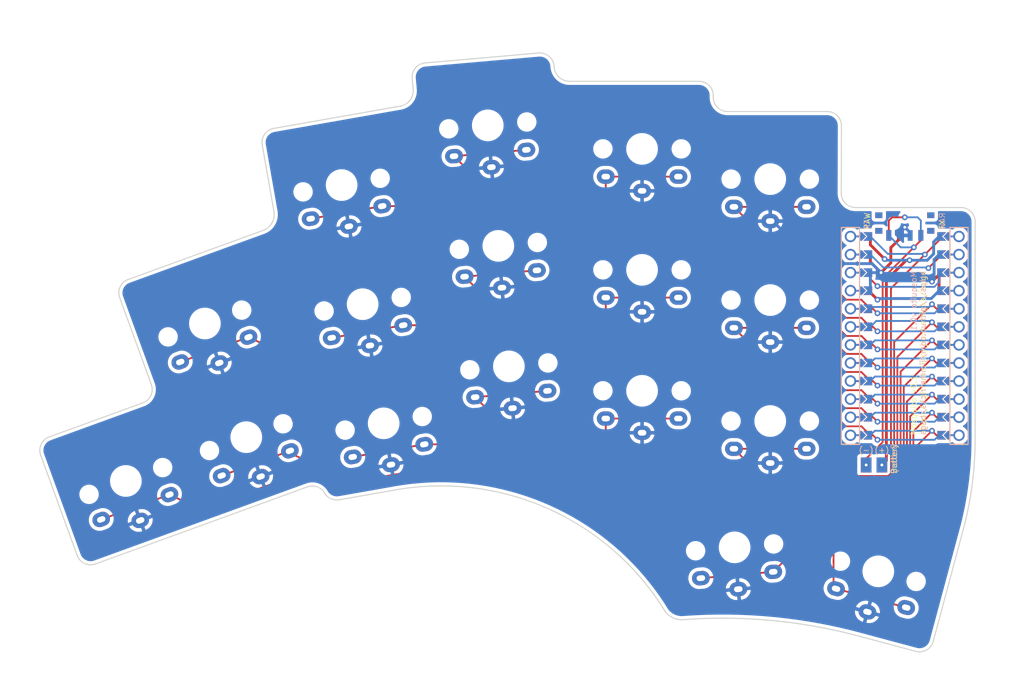
<source format=kicad_pcb>
(kicad_pcb (version 20210925) (generator pcbnew)
  (title_block (title "Mosquito") (date "2021-09-20") (rev "0.1") (company "jmnw"))
  (layers (0 "F.Cu" signal) (31 "B.Cu" signal) (34 "B.Paste" user) (35 "F.Paste" user) (36 "B.SilkS" user "B.Silkscreen") (37 "F.SilkS" user "F.Silkscreen") (38 "B.Mask" user) (39 "F.Mask" user) (44 "Edge.Cuts" user))
  (net 0 "")
  (net 1 "unconnected-(PSW1-Pad3)")
  (net 2 "switch1")
  (net 3 "switch2")
  (net 4 "switch3")
  (net 5 "switch4")
  (net 6 "switch5")
  (net 7 "switch6")
  (net 8 "switch7")
  (net 9 "switch8")
  (net 10 "switch9")
  (net 11 "switch10")
  (net 12 "switch11")
  (net 13 "switch12")
  (net 14 "switch13")
  (net 15 "switch14")
  (net 16 "switch15")
  (net 17 "unconnected-(U1-Pad22)")
  (net 18 "unconnected-(U1-Pad2)")
  (net 19 "switch17")
  (net 20 "GND")
  (net 21 "VCC")
  (net 22 "Net-(BT1-Pad2)")
  (net 23 "raw")
  (net 24 "switch16")
  (footprint "bugs:Choc_reversible" (layer "F.Cu") (at 65.959394 57.77213 10)
    (fp_text reference "SW2" hide)
    (fp_text value "SW_PUSH" hide)
  )
  (footprint "bugs:Choc_reversible" (layer "F.Cu") (at 86.48449 49.381126 5)
    (fp_text reference "SW3" hide)
    (fp_text value "SW_PUSH" hide)
  )
  (footprint "bugs:Choc_reversible" (layer "F.Cu") (at 108.15483 52.685154)
    (fp_text reference "SW4" hide)
    (fp_text value "SW_PUSH" hide)
  )
  (footprint "bugs:Choc_reversible" (layer "F.Cu") (at 126.154835 56.935156)
    (fp_text reference "SW5" hide)
    (fp_text value "SW_PUSH" hide)
  )
  (footprint "bugs:Choc_reversible" (layer "F.Cu") (at 35.65486 99.358253 20)
    (fp_text reference "SW11" hide)
    (fp_text value "SW_PUSH" hide)
  )
  (footprint "bugs:Choc_reversible" (layer "F.Cu") (at 68.911411 74.513867 10)
    (fp_text reference "SW7" hide)
    (fp_text value "SW_PUSH" hide)
  )
  (footprint "bugs:Choc_reversible" (layer "F.Cu") (at 87.966139 66.316434 5)
    (fp_text reference "SW8" hide)
    (fp_text value "SW_PUSH" hide)
  )
  (footprint "bugs:Choc_reversible" (layer "F.Cu") (at 108.154842 69.685154)
    (fp_text reference "SW9" hide)
    (fp_text value "SW_PUSH" hide)
  )
  (footprint "bugs:Choc_reversible" (layer "F.Cu") (at 126.154836 73.935158)
    (fp_text reference "SW10" hide)
    (fp_text value "SW_PUSH" hide)
  )
  (footprint "bugs:Choc_reversible" (layer "F.Cu") (at 71.863432 91.255602 10)
    (fp_text reference "SW12" hide)
    (fp_text value "SW_PUSH" hide)
  )
  (footprint "bugs:Choc_reversible" (layer "F.Cu") (at 89.447776 83.251757 5)
    (fp_text reference "SW13" hide)
    (fp_text value "SW_PUSH" hide)
  )
  (footprint "bugs:Choc_reversible" (layer "F.Cu") (at 108.154838 86.685152)
    (fp_text reference "SW14" hide)
    (fp_text value "SW_PUSH" hide)
  )
  (footprint "bugs:Choc_reversible" (layer "F.Cu") (at 121.153064 108.687289 5)
    (fp_text reference "SW16" hide)
    (fp_text value "SW_PUSH" hide)
  )
  (footprint "bugs:Choc_reversible" (layer "F.Cu") (at 141.332792 112.058688 -15)
    (fp_text reference "SW17" hide)
    (fp_text value "SW_PUSH" hide)
  )
  (footprint "bugs:ProMicro_jumpers" (layer "F.Cu") (at 145.044835 78.965157)
    (fp_text reference "U1" hide)
    (fp_text value "ProMicro")
  )
  (footprint "bugs:Choc_reversible" (layer "F.Cu") (at 52.569325 93.201888 20)
    (fp_text reference "SW6" hide)
    (fp_text value "SW_PUSH" hide)
  )
  (footprint "bugs:Choc_reversible" (layer "F.Cu") (at 46.754982 77.227121 20)
    (fp_text reference "SW1" hide)
    (fp_text value "SW_PUSH" hide)
  )
  (footprint "bugs:Battery_pads_reversible" (layer "F.Cu") (at 140.73 97.11 180)
    (fp_text reference "BT1" hide)
    (fp_text value "Battery_Cell")
  )
  (footprint "bugs:Choc_reversible" (layer "F.Cu") (at 126.154839 90.935157)
    (fp_text reference "SW15" hide)
    (fp_text value "SW_PUSH" hide)
  )
  (footprint "bugs:Power_reversible" (layer "F.Cu") (at 145.053313 63.101967 180)
    (fp_text reference "PSW1" hide)
    (fp_text value "SW_SPDT")
  )
  (footprint "kbd:thread_m2" (layer "B.Cu") (at 68.19009 87.650522 -170)
    (fp_text reference "Ref**" hide)
    (fp_text value "Val**" hide)
  )
  (footprint "kbd:thread_m2" (layer "B.Cu") (at 65.23633 70.898936 -170)
    (fp_text reference "Ref**" hide)
    (fp_text value "Val**" hide)
  )
  (footprint "kbd:thread_m2" (layer "B.Cu") (at 123.163312 60.996971 180)
    (fp_text reference "Ref**" hide)
    (fp_text value "Val**" hide)
  )
  (gr_arc (start 65.286162 100.026216) (end 63.597443 101.107088) (angle -67.37913673) (layer "Edge.Cuts") (width 0.15))
  (gr_line (start 65.634349 102.000758) (end 73.513304 100.611484) (layer "Edge.Cuts") (width 0.15))
  (gr_line (start 35.987812 71.036376) (end 54.923833 64.144229) (layer "Edge.Cuts") (width 0.15))
  (gr_line (start 61.164893 100.183602) (end 31.386239 111.022147) (layer "Edge.Cuts") (width 0.15))
  (gr_arc (start 77.860625 42.596754) (end 77.686316 40.604356) (angle -90) (layer "Edge.Cuts") (width 0.15))
  (gr_arc (start 105.013421 93.391973) (end 153.45182 105.470751) (angle -14.00185829) (layer "Edge.Cuts") (width 0.15))
  (gr_arc (start 61.845985 102.055063) (end 63.597443 101.107088) (angle -81.57382184) (layer "Edge.Cuts") (width 0.15))
  (gr_line (start 23.692335 95.730941) (end 28.822809 109.826805) (layer "Edge.Cuts") (width 0.15))
  (gr_arc (start 152.935241 62.924752) (end 154.935243 62.924753) (angle -90) (layer "Edge.Cuts") (width 0.15))
  (gr_line (start 118.154857 45.185603) (end 118.155247 45.434747) (layer "Edge.Cuts") (width 0.15))
  (gr_line (start 138.874253 121.234546) (end 146.601651 123.305096) (layer "Edge.Cuts") (width 0.15))
  (gr_line (start 95.792131 41.027948) (end 95.806599 41.193318) (layer "Edge.Cuts") (width 0.15))
  (gr_arc (start 56.778257 51.774894) (end 56.430959 49.805279) (angle -90) (layer "Edge.Cuts") (width 0.15))
  (gr_arc (start 73.834624 44.520255) (end 74.213634 46.669711) (angle -84.99985992) (layer "Edge.Cuts") (width 0.15))
  (gr_arc (start 37.359472 86.49954) (end 38.043509 88.378931) (angle -90) (layer "Edge.Cuts") (width 0.15))
  (gr_line (start 138.129369 60.924744) (end 152.935244 60.924756) (layer "Edge.Cuts") (width 0.15))
  (gr_arc (start 119.477018 192.621122) (end 114.011546 118.848331) (angle 19.43846695) (layer "Edge.Cuts") (width 0.15))
  (gr_arc (start 36.671844 72.91577) (end 35.987812 71.036376) (angle -90) (layer "Edge.Cuts") (width 0.15))
  (gr_line (start 120.155254 47.43475) (end 134.155033 47.434967) (layer "Edge.Cuts") (width 0.15))
  (gr_arc (start 147.119292 121.373246) (end 146.601651 123.305096) (angle -90) (layer "Edge.Cuts") (width 0.15))
  (gr_line (start 149.051144 121.890881) (end 153.45182 105.470751) (layer "Edge.Cuts") (width 0.15))
  (gr_arc (start 134.155032 49.43497) (end 136.155032 49.43497) (angle -90) (layer "Edge.Cuts") (width 0.15))
  (gr_line (start 24.887681 93.167516) (end 38.043509 88.378931) (layer "Edge.Cuts") (width 0.15))
  (gr_arc (start 30.702195 109.142763) (end 28.822809 109.826805) (angle -90) (layer "Edge.Cuts") (width 0.15))
  (gr_line (start 154.935243 62.924753) (end 154.935116 93.39203) (layer "Edge.Cuts") (width 0.15))
  (gr_arc (start 120.155247 45.434753) (end 118.155247 45.434747) (angle -90) (layer "Edge.Cuts") (width 0.15))
  (gr_line (start 97.98091 43.185703) (end 116.154859 43.185599) (layer "Edge.Cuts") (width 0.15))
  (gr_arc (start 113.752873 115.892621) (end 111.44512 117.765095) (angle -55.94629929) (layer "Edge.Cuts") (width 0.15))
  (gr_arc (start 97.980901 41.003087) (end 95.806599 41.193318) (angle -85.00013873) (layer "Edge.Cuts") (width 0.15))
  (gr_line (start 56.455924 61.490581) (end 54.808637 52.122188) (layer "Edge.Cuts") (width 0.15))
  (gr_arc (start 54.108625 61.904469) (end 54.923833 64.144229) (angle -79.99998711) (layer "Edge.Cuts") (width 0.15))
  (gr_arc (start 93.79974 41.202258) (end 95.792131 41.027948) (angle -90) (layer "Edge.Cuts") (width 0.15))
  (gr_line (start 34.792462 73.599808) (end 39.23886 85.815503) (layer "Edge.Cuts") (width 0.15))
  (gr_arc (start 79.921782 136.95656) (end 111.44512 117.765095) (angle -68.66666424) (layer "Edge.Cuts") (width 0.15))
  (gr_line (start 75.868239 42.771062) (end 76.008934 44.330029) (layer "Edge.Cuts") (width 0.15))
  (gr_line (start 77.686316 40.604356) (end 93.625432 39.209869) (layer "Edge.Cuts") (width 0.15))
  (gr_line (start 56.430959 49.805279) (end 74.213634 46.669711) (layer "Edge.Cuts") (width 0.15))
  (gr_arc (start 116.15486 45.185597) (end 118.154857 45.185603) (angle -90) (layer "Edge.Cuts") (width 0.15))
  (gr_arc (start 25.571721 95.046904) (end 24.887681 93.167516) (angle -90) (layer "Edge.Cuts") (width 0.15))
  (gr_line (start 136.155032 49.43497) (end 136.129374 58.924756) (layer "Edge.Cuts") (width 0.15))
  (gr_arc (start 138.129373 58.924753) (end 136.129374 58.924756) (angle -90) (layer "Edge.Cuts") (width 0.15))
  (gr_text "Mosquito v0.1\nhttps://github.com/jimmerricks/bugs" (at 146.954731 69.770413 90) (layer "B.SilkS") (effects (font (size 0.8 0.8) (thickness 0.1)) (justify left mirror)))
  (gr_text "Mosquito v0.1\nhttps://github.com/jimmerricks/bugs" (at 146.954729 92.990409 90) (layer "F.SilkS") (effects (font (size 0.8 0.8) (thickness 0.1)) (justify left)))
  (segment (start 142.803316 62.771826) (end 142.803315 64.851969) (width 0.25) (layer "F.Cu") (net 1))
  (segment (start 145.053316 62.30197) (end 143.273175 62.301968) (width 0.25) (layer "F.Cu") (net 1))
  (segment (start 143.273175 62.301968) (end 142.803316 62.771826) (width 0.25) (layer "F.Cu") (net 1))
  (via (at 145.053316 62.30197) (size 0.8) (drill 0.4) (layers "F.Cu" "B.Cu") (net 1))
  (segment (start 146.846292 62.301968) (end 147.303315 62.758997) (width 0.25) (layer "B.Cu") (net 1))
  (segment (start 147.303315 62.758997) (end 147.303318 64.851969) (width 0.25) (layer "B.Cu") (net 1))
  (segment (start 145.053316 62.30197) (end 146.846292 62.301968) (width 0.25) (layer "B.Cu") (net 1))
  (segment (start 105.109975 100.460664) (end 143.471228 100.460664) (width 0.25) (layer "F.Cu") (net 2))
  (segment (start 149.505836 82.775156) (end 148.870838 82.140157) (width 0.25) (layer "F.Cu") (net 2))
  (segment (start 68.210059 99.377939) (end 77.797427 97.687427) (width 0.25) (layer "F.Cu") (net 2))
  (segment (start 77.797427 97.687427) (end 80.824587 94.660267) (width 0.25) (layer "F.Cu") (net 2))
  (segment (start 55.260706 80.257159) (end 60.99566 96.013809) (width 0.25) (layer "F.Cu") (net 2))
  (segment (start 99.309576 94.660266) (end 105.109975 100.460664) (width 0.25) (layer "F.Cu") (net 2))
  (segment (start 43.296424 82.636226) (end 52.88129 79.147622) (width 0.25) (layer "F.Cu") (net 2))
  (segment (start 143.471228 100.460664) (end 144.90808 99.02381) (width 0.25) (layer "F.Cu") (net 2))
  (segment (start 52.88129 79.147619) (end 55.260706 80.257159) (width 0.25) (layer "F.Cu") (net 2))
  (segment (start 60.99566 96.013809) (end 68.210059 99.377939) (width 0.25) (layer "F.Cu") (net 2))
  (segment (start 149.870836 82.775155) (end 149.505836 82.775156) (width 0.25) (layer "F.Cu") (net 2))
  (segment (start 144.90808 99.02381) (end 144.90808 86.102915) (width 0.25) (layer "F.Cu") (net 2))
  (segment (start 80.824587 94.660267) (end 99.309576 94.660266) (width 0.25) (layer "F.Cu") (net 2))
  (segment (start 144.90808 86.102915) (end 148.870838 82.140157) (width 0.25) (layer "F.Cu") (net 2))
  (via (at 148.870838 82.140157) (size 0.8) (drill 0.4) (layers "F.Cu" "B.Cu") (net 2))
  (segment (start 148.870838 82.140157) (end 140.853836 82.140158) (width 0.25) (layer "B.Cu") (net 2))
  (segment (start 140.853836 82.140158) (end 140.218833 82.775158) (width 0.25) (layer "B.Cu") (net 2))
  (segment (start 106.062259 66.735418) (end 105.802258 66.475418) (width 0.25) (layer "F.Cu") (net 3))
  (segment (start 140.218835 82.775157) (end 140.583838 82.775157) (width 0.25) (layer "F.Cu") (net 3))
  (segment (start 105.802258 66.475418) (end 100.054115 60.727275) (width 0.25) (layer "F.Cu") (net 3))
  (segment (start 133.46 72.437154) (end 127.758264 66.735418) (width 0.25) (layer "F.Cu") (net 3))
  (segment (start 133.46 78.15) (end 133.46 72.437154) (width 0.25) (layer "F.Cu") (net 3))
  (segment (start 140.218835 82.775157) (end 138.943678 81.5) (width 0.25) (layer "F.Cu") (net 3))
  (segment (start 100.054115 60.727275) (end 99.894116 60.727276) (width 0.25) (layer "F.Cu") (net 3))
  (segment (start 136.81 81.5) (end 133.46 78.15) (width 0.25) (layer "F.Cu") (net 3))
  (segment (start 140.583838 82.775157) (end 141.218834 83.410153) (width 0.25) (layer "F.Cu") (net 3))
  (segment (start 138.943678 81.5) (end 136.81 81.5) (width 0.25) (layer "F.Cu") (net 3))
  (segment (start 99.894116 60.727276) (end 71.659145 60.727275) (width 0.25) (layer "F.Cu") (net 3))
  (segment (start 127.758264 66.735418) (end 106.062259 66.735418) (width 0.25) (layer "F.Cu") (net 3))
  (segment (start 61.614105 62.498487) (end 71.659142 60.727273) (width 0.25) (layer "F.Cu") (net 3))
  (via (at 141.218834 83.410153) (size 0.8) (drill 0.4) (layers "F.Cu" "B.Cu") (net 3))
  (segment (start 141.218834 83.410153) (end 149.235836 83.410155) (width 0.25) (layer "B.Cu") (net 3))
  (segment (start 149.235836 83.410155) (end 149.870836 82.775155) (width 0.25) (layer "B.Cu") (net 3))
  (segment (start 106.248457 66.285899) (end 100.240314 60.277755) (width 0.25) (layer "F.Cu") (net 4))
  (segment (start 88.310777 60.277757) (end 81.743804 53.710781) (width 0.25) (layer "F.Cu") (net 4))
  (segment (start 127.944463 66.285899) (end 106.248457 66.285899) (width 0.25) (layer "F.Cu") (net 4))
  (segment (start 140.218835 80.235157) (end 138.963678 78.98) (width 0.25) (layer "F.Cu") (net 4))
  (segment (start 140.218833 80.235155) (end 140.583835 80.235156) (width 0.25) (layer "F.Cu") (net 4))
  (segment (start 133.90952 76.05952) (end 133.90952 72.250956) (width 0.25) (layer "F.Cu") (net 4))
  (segment (start 100.240314 60.277755) (end 88.310777 60.277757) (width 0.25) (layer "F.Cu") (net 4))
  (segment (start 140.583835 80.235156) (end 141.218834 80.870154) (width 0.25) (layer "F.Cu") (net 4))
  (segment (start 133.90952 72.250956) (end 127.944463 66.285899) (width 0.25) (layer "F.Cu") (net 4))
  (segment (start 81.743807 53.710781) (end 91.904992 52.821793) (width 0.25) (layer "F.Cu") (net 4))
  (segment (start 138.963678 78.98) (end 136.83 78.98) (width 0.25) (layer "F.Cu") (net 4))
  (segment (start 136.83 78.98) (end 133.90952 76.05952) (width 0.25) (layer "F.Cu") (net 4))
  (via (at 141.218834 80.870154) (size 0.8) (drill 0.4) (layers "F.Cu" "B.Cu") (net 4))
  (segment (start 141.218834 80.870154) (end 149.235835 80.870157) (width 0.25) (layer "B.Cu") (net 4))
  (segment (start 149.235835 80.870157) (end 149.870833 80.235156) (width 0.25) (layer "B.Cu") (net 4))
  (segment (start 140.583835 77.695154) (end 141.218833 78.330158) (width 0.25) (layer "F.Cu") (net 5))
  (segment (start 127.236379 65.836379) (end 126.87638 65.83638) (width 0.25) (layer "F.Cu") (net 5))
  (segment (start 126.87638 65.83638) (end 106.434654 65.836379) (width 0.25) (layer "F.Cu") (net 5))
  (segment (start 103.054831 56.585151) (end 113.254828 56.58515) (width 0.25) (layer "F.Cu") (net 5))
  (segment (start 134.35904 74.00904) (end 134.35904 72.064758) (width 0.25) (layer "F.Cu") (net 5))
  (segment (start 136.78 76.43) (end 134.35904 74.00904) (width 0.25) (layer "F.Cu") (net 5))
  (segment (start 103.054828 56.585154) (end 103.054828 62.456551) (width 0.25) (layer "F.Cu") (net 5))
  (segment (start 128.130661 65.836379) (end 127.236379 65.836379) (width 0.25) (layer "F.Cu") (net 5))
  (segment (start 134.35904 72.064758) (end 128.130661 65.836379) (width 0.25) (layer "F.Cu") (net 5))
  (segment (start 103.054828 62.456551) (end 106.434654 65.836379) (width 0.25) (layer "F.Cu") (net 5))
  (segment (start 138.953678 76.43) (end 136.78 76.43) (width 0.25) (layer "F.Cu") (net 5))
  (segment (start 140.218835 77.695156) (end 140.583835 77.695154) (width 0.25) (layer "F.Cu") (net 5))
  (segment (start 140.218835 77.695157) (end 138.953678 76.43) (width 0.25) (layer "F.Cu") (net 5))
  (via (at 141.218833 78.330158) (size 0.8) (drill 0.4) (layers "F.Cu" "B.Cu") (net 5))
  (segment (start 141.218833 78.330158) (end 149.235833 78.330157) (width 0.25) (layer "B.Cu") (net 5))
  (segment (start 149.235833 78.330157) (end 149.870835 77.695155) (width 0.25) (layer "B.Cu") (net 5))
  (segment (start 128.316859 65.386859) (end 127.463141 65.386859) (width 0.25) (layer "F.Cu") (net 6))
  (segment (start 129.746858 66.816858) (end 128.316859 65.386859) (width 0.25) (layer "F.Cu") (net 6))
  (segment (start 138.943678 73.88) (end 136.81 73.88) (width 0.25) (layer "F.Cu") (net 6))
  (segment (start 125.606538 65.386859) (end 127.463141 65.386859) (width 0.25) (layer "F.Cu") (net 6))
  (segment (start 121.054835 60.835154) (end 124.09226 63.872578) (width 0.25) (layer "F.Cu") (net 6))
  (segment (start 140.218835 75.155157) (end 138.943678 73.88) (width 0.25) (layer "F.Cu") (net 6))
  (segment (start 121.054832 60.835154) (end 131.254835 60.835157) (width 0.25) (layer "F.Cu") (net 6))
  (segment (start 136.81 73.88) (end 129.746858 66.816858) (width 0.25) (layer "F.Cu") (net 6))
  (segment (start 140.583831 75.155159) (end 141.218834 75.790154) (width 0.25) (layer "F.Cu") (net 6))
  (segment (start 124.09226 63.872578) (end 125.606538 65.386859) (width 0.25) (layer "F.Cu") (net 6))
  (segment (start 140.218834 75.155155) (end 140.583831 75.155159) (width 0.25) (layer "F.Cu") (net 6))
  (via (at 141.218834 75.790154) (size 0.8) (drill 0.4) (layers "F.Cu" "B.Cu") (net 6))
  (segment (start 149.235836 75.790158) (end 149.870835 75.155155) (width 0.25) (layer "B.Cu") (net 6))
  (segment (start 141.218834 75.790154) (end 149.235836 75.790158) (width 0.25) (layer "B.Cu") (net 6))
  (segment (start 143.659816 100.910184) (end 143.659816 100.907793) (width 0.25) (layer "F.Cu") (net 7))
  (segment (start 49.110771 98.610992) (end 58.695636 95.122389) (width 0.25) (layer "F.Cu") (net 7))
  (segment (start 149.870834 85.315158) (end 149.505833 85.315155) (width 0.25) (layer "F.Cu") (net 7))
  (segment (start 143.659816 100.907793) (end 145.357599 99.21001) (width 0.25) (layer "F.Cu") (net 7))
  (segment (start 145.357599 88.19339) (end 148.870832 84.680157) (width 0.25) (layer "F.Cu") (net 7))
  (segment (start 145.357599 99.21001) (end 145.357599 88.19339) (width 0.25) (layer "F.Cu") (net 7))
  (segment (start 58.695634 95.122387) (end 58.833675 95.50165) (width 0.25) (layer "F.Cu") (net 7))
  (segment (start 149.505833 85.315155) (end 148.870832 84.680157) (width 0.25) (layer "F.Cu") (net 7))
  (segment (start 81.067159 95.109787) (end 99.123379 95.109787) (width 0.25) (layer "F.Cu") (net 7))
  (segment (start 66.843652 99.236764) (end 68.174214 99.857215) (width 0.25) (layer "F.Cu") (net 7))
  (segment (start 104.923778 100.910184) (end 143.659816 100.910184) (width 0.25) (layer "F.Cu") (net 7))
  (segment (start 58.833675 95.50165) (end 65.532642 98.625428) (width 0.25) (layer "F.Cu") (net 7))
  (segment (start 99.123379 95.109787) (end 104.923778 100.910184) (width 0.25) (layer "F.Cu") (net 7))
  (segment (start 68.174214 99.857215) (end 78.063473 98.113473) (width 0.25) (layer "F.Cu") (net 7))
  (segment (start 65.532642 98.625428) (end 66.843652 99.236764) (width 0.25) (layer "F.Cu") (net 7))
  (segment (start 78.063473 98.113473) (end 81.067159 95.109787) (width 0.25) (layer "F.Cu") (net 7))
  (via (at 148.870832 84.680157) (size 0.8) (drill 0.4) (layers "F.Cu" "B.Cu") (net 7))
  (segment (start 140.853834 84.680157) (end 140.218835 85.315158) (width 0.25) (layer "B.Cu") (net 7))
  (segment (start 148.870832 84.680157) (end 140.853834 84.680157) (width 0.25) (layer "B.Cu") (net 7))
  (segment (start 64.566121 79.240225) (end 74.611158 77.469015) (width 0.25) (layer "F.Cu") (net 8))
  (segment (start 99.585856 77.469014) (end 103.672257 81.555419) (width 0.25) (layer "F.Cu") (net 8))
  (segment (start 138.963678 91.68) (end 140.218835 92.935157) (width 0.25) (layer "F.Cu") (net 8))
  (segment (start 74.611159 77.469014) (end 99.585856 77.469014) (width 0.25) (layer "F.Cu") (net 8))
  (segment (start 103.672257 81.555419) (end 105.882259 83.765418) (width 0.25) (layer "F.Cu") (net 8))
  (segment (start 136.76 91.68) (end 138.963678 91.68) (width 0.25) (layer "F.Cu") (net 8))
  (segment (start 105.882259 83.765418) (end 128.845418 83.765418) (width 0.25) (layer "F.Cu") (net 8))
  (segment (start 128.845418 83.765418) (end 136.76 91.68) (width 0.25) (layer "F.Cu") (net 8))
  (segment (start 140.218831 92.935154) (end 140.583834 92.935154) (width 0.25) (layer "F.Cu") (net 8))
  (segment (start 140.583834 92.935154) (end 141.218832 93.570157) (width 0.25) (layer "F.Cu") (net 8))
  (via (at 141.218832 93.570157) (size 0.8) (drill 0.4) (layers "F.Cu" "B.Cu") (net 8))
  (segment (start 141.218832 93.570157) (end 149.235832 93.570157) (width 0.25) (layer "B.Cu") (net 8))
  (segment (start 149.235832 93.570157) (end 149.870833 92.935157) (width 0.25) (layer "B.Cu") (net 8))
  (segment (start 93.38664 69.757099) (end 93.386639 69.998363) (width 0.25) (layer "F.Cu") (net 9))
  (segment (start 89.043519 76.464157) (end 89.149338 76.569974) (width 0.25) (layer "F.Cu") (net 9))
  (segment (start 83.225451 70.646091) (end 93.386637 69.757101) (width 0.25) (layer "F.Cu") (net 9))
  (segment (start 140.218835 90.395157) (end 138.953678 89.13) (width 0.25) (layer "F.Cu") (net 9))
  (segment (start 99.772051 77.019493) (end 106.068458 83.315898) (width 0.25) (layer "F.Cu") (net 9))
  (segment (start 138.953678 89.13) (end 134.845718 89.13) (width 0.25) (layer "F.Cu") (net 9))
  (segment (start 89.598855 77.019492) (end 99.77205 77.019493) (width 0.25) (layer "F.Cu") (net 9))
  (segment (start 129.031619 83.315901) (end 128.735901 83.315901) (width 0.25) (layer "F.Cu") (net 9))
  (segment (start 89.043519 76.464157) (end 89.598855 77.019492) (width 0.25) (layer "F.Cu") (net 9))
  (segment (start 99.77205 77.019493) (end 99.772051 77.019493) (width 0.25) (layer "F.Cu") (net 9))
  (segment (start 134.845718 89.13) (end 129.031619 83.315901) (width 0.25) (layer "F.Cu") (net 9))
  (segment (start 106.068458 83.315898) (end 128.735901 83.315901) (width 0.25) (layer "F.Cu") (net 9))
  (segment (start 83.225452 70.646092) (end 89.043519 76.464157) (width 0.25) (layer "F.Cu") (net 9))
  (segment (start 140.583836 90.395155) (end 141.218835 91.030156) (width 0.25) (layer "F.Cu") (net 9))
  (segment (start 140.218836 90.395154) (end 140.583836 90.395155) (width 0.25) (layer "F.Cu") (net 9))
  (via (at 141.218835 91.030156) (size 0.8) (drill 0.4) (layers "F.Cu" "B.Cu") (net 9))
  (segment (start 141.218835 91.030156) (end 149.235836 91.030159) (width 0.25) (layer "B.Cu") (net 9))
  (segment (start 149.235836 91.030159) (end 149.870835 90.395154) (width 0.25) (layer "B.Cu") (net 9))
  (segment (start 106.254654 82.866378) (end 128.853623 82.866377) (width 0.25) (layer "F.Cu") (net 10))
  (segment (start 103.054841 79.030846) (end 103.054839 79.666565) (width 0.25) (layer "F.Cu") (net 10))
  (segment (start 140.583834 87.855156) (end 141.218834 88.490154) (width 0.25) (layer "F.Cu") (net 10))
  (segment (start 140.218835 87.855157) (end 138.963678 86.6) (width 0.25) (layer "F.Cu") (net 10))
  (segment (start 138.963678 86.6) (end 132.951436 86.6) (width 0.25) (layer "F.Cu") (net 10))
  (segment (start 103.054843 73.58515) (end 113.254839 73.58515) (width 0.25) (layer "F.Cu") (net 10))
  (segment (start 103.054839 79.666565) (end 106.254654 82.866378) (width 0.25) (layer "F.Cu") (net 10))
  (segment (start 103.054841 73.585153) (end 103.054841 79.030846) (width 0.25) (layer "F.Cu") (net 10))
  (segment (start 132.951436 86.6) (end 129.217813 82.866377) (width 0.25) (layer "F.Cu") (net 10))
  (segment (start 140.218834 87.855154) (end 140.583834 87.855156) (width 0.25) (layer "F.Cu") (net 10))
  (segment (start 129.217813 82.866377) (end 128.853623 82.866377) (width 0.25) (layer "F.Cu") (net 10))
  (via (at 141.218834 88.490154) (size 0.8) (drill 0.4) (layers "F.Cu" "B.Cu") (net 10))
  (segment (start 149.235834 88.490156) (end 149.870835 87.855158) (width 0.25) (layer "B.Cu") (net 10))
  (segment (start 141.218834 88.490154) (end 149.235834 88.490156) (width 0.25) (layer "B.Cu") (net 10))
  (segment (start 129.40401 82.416857) (end 131.027154 84.04) (width 0.25) (layer "F.Cu") (net 11))
  (segment (start 121.054837 77.835155) (end 125.636538 82.416858) (width 0.25) (layer "F.Cu") (net 11))
  (segment (start 140.218835 85.315158) (end 140.583832 85.315154) (width 0.25) (layer "F.Cu") (net 11))
  (segment (start 121.054836 77.835154) (end 131.254837 77.835155) (width 0.25) (layer "F.Cu") (net 11))
  (segment (start 140.583832 85.315154) (end 141.218836 85.950156) (width 0.25) (layer "F.Cu") (net 11))
  (segment (start 138.943678 84.04) (end 140.218835 85.315157) (width 0.25) (layer "F.Cu") (net 11))
  (segment (start 131.027154 84.04) (end 138.943678 84.04) (width 0.25) (layer "F.Cu") (net 11))
  (segment (start 125.636538 82.416858) (end 129.40401 82.416857) (width 0.25) (layer "F.Cu") (net 11))
  (via (at 141.218836 85.950156) (size 0.8) (drill 0.4) (layers "F.Cu" "B.Cu") (net 11))
  (segment (start 149.235835 85.950156) (end 149.870834 85.315158) (width 0.25) (layer "B.Cu") (net 11))
  (segment (start 141.218836 85.950156) (end 149.235835 85.950156) (width 0.25) (layer "B.Cu") (net 11))
  (segment (start 104.737581 101.359704) (end 143.846013 101.359704) (width 0.25) (layer "F.Cu") (net 12))
  (segment (start 66.643603 99.639469) (end 68.153177 100.343396) (width 0.25) (layer "F.Cu") (net 12))
  (segment (start 78.320604 98.49206) (end 81.253357 95.559307) (width 0.25) (layer "F.Cu") (net 12))
  (segment (start 149.870835 87.855158) (end 149.505834 87.855156) (width 0.25) (layer "F.Cu") (net 12))
  (segment (start 41.78117 101.278751) (end 46.283869 103.378394) (width 0.25) (layer "F.Cu") (net 12))
  (segment (start 98.937181 95.559307) (end 103.44 100.062126) (width 0.25) (layer "F.Cu") (net 12))
  (segment (start 41.781172 101.278749) (end 32.196306 104.767357) (width 0.25) (layer "F.Cu") (net 12))
  (segment (start 81.253357 95.559307) (end 98.937181 95.559307) (width 0.25) (layer "F.Cu") (net 12))
  (segment (start 78.320604 98.550604) (end 78.320604 98.49206) (width 0.25) (layer "F.Cu") (net 12))
  (segment (start 62.221694 97.577501) (end 66.643603 99.639469) (width 0.25) (layer "F.Cu") (net 12))
  (segment (start 145.807119 99.398598) (end 145.807119 90.283871) (width 0.25) (layer "F.Cu") (net 12))
  (segment (start 46.283869 103.378394) (end 62.221694 97.577501) (width 0.25) (layer "F.Cu") (net 12))
  (segment (start 68.153177 100.343396) (end 70.029399 100.012567) (width 0.25) (layer "F.Cu") (net 12))
  (segment (start 145.807119 90.283871) (end 148.870834 87.220156) (width 0.25) (layer "F.Cu") (net 12))
  (segment (start 143.846013 101.359704) (end 145.807119 99.398598) (width 0.25) (layer "F.Cu") (net 12))
  (segment (start 70.029399 100.012567) (end 78.320604 98.550604) (width 0.25) (layer "F.Cu") (net 12))
  (segment (start 149.505834 87.855156) (end 148.870834 87.220156) (width 0.25) (layer "F.Cu") (net 12))
  (segment (start 103.44 100.062126) (end 104.737581 101.359704) (width 0.25) (layer "F.Cu") (net 12))
  (via (at 148.870834 87.220156) (size 0.8) (drill 0.4) (layers "F.Cu" "B.Cu") (net 12))
  (segment (start 148.870834 87.220156) (end 140.853834 87.220156) (width 0.25) (layer "B.Cu") (net 12))
  (segment (start 140.853834 87.220156) (end 140.218834 87.855154) (width 0.25) (layer "B.Cu") (net 12))
  (segment (start 144.45856 98.837613) (end 144.45856 84.012431) (width 0.25) (layer "F.Cu") (net 13))
  (segment (start 143.285032 100.011142) (end 144.45856 98.837613) (width 0.25) (layer "F.Cu") (net 13))
  (segment (start 139.156171 100.011144) (end 143.285032 100.011142) (width 0.25) (layer "F.Cu") (net 13))
  (segment (start 144.45856 84.012431) (end 148.870834 79.600157) (width 0.25) (layer "F.Cu") (net 13))
  (segment (start 67.518139 95.981956) (end 77.563179 94.210745) (width 0.25) (layer "F.Cu") (net 13))
  (segment (start 149.505834 80.235157) (end 148.870834 79.600157) (width 0.25) (layer "F.Cu") (net 13))
  (segment (start 149.870833 80.235156) (end 149.505834 80.235157) (width 0.25) (layer "F.Cu") (net 13))
  (segment (start 99.495775 94.210747) (end 103.016172 97.731143) (width 0.25) (layer "F.Cu") (net 13))
  (segment (start 77.563178 94.210747) (end 99.495775 94.210747) (width 0.25) (layer "F.Cu") (net 13))
  (segment (start 105.296171 100.011144) (end 139.156171 100.011144) (width 0.25) (layer "F.Cu") (net 13))
  (segment (start 103.016172 97.731143) (end 105.296171 100.011144) (width 0.25) (layer "F.Cu") (net 13))
  (via (at 148.870834 79.600157) (size 0.8) (drill 0.4) (layers "F.Cu" "B.Cu") (net 13))
  (segment (start 140.853835 79.600157) (end 140.218833 80.235155) (width 0.25) (layer "B.Cu") (net 13))
  (segment (start 148.870834 79.600157) (end 140.853835 79.600157) (width 0.25) (layer "B.Cu") (net 13))
  (segment (start 105.482369 99.561624) (end 143.098834 99.561623) (width 0.25) (layer "F.Cu") (net 14))
  (segment (start 94.868277 86.692422) (end 94.868276 87.614282) (width 0.25) (layer "F.Cu") (net 14))
  (segment (start 84.70709 87.581411) (end 90.886906 93.761227) (width 0.25) (layer "F.Cu") (net 14))
  (segment (start 144.00904 81.921952) (end 148.870836 77.060156) (width 0.25) (layer "F.Cu") (net 14))
  (segment (start 99.681972 93.761227) (end 105.482369 99.561624) (width 0.25) (layer "F.Cu") (net 14))
  (segment (start 144.00904 98.651416) (end 144.00904 81.921952) (width 0.25) (layer "F.Cu") (net 14))
  (segment (start 143.098834 99.561623) (end 144.00904 98.651416) (width 0.25) (layer "F.Cu") (net 14))
  (segment (start 90.886906 93.761227) (end 99.681972 93.761227) (width 0.25) (layer "F.Cu") (net 14))
  (segment (start 84.707091 87.581412) (end 94.868275 86.692424) (width 0.25) (layer "F.Cu") (net 14))
  (segment (start 149.505833 77.695156) (end 148.870836 77.060156) (width 0.25) (layer "F.Cu") (net 14))
  (segment (start 149.870835 77.695155) (end 149.505833 77.695156) (width 0.25) (layer "F.Cu") (net 14))
  (via (at 148.870836 77.060156) (size 0.8) (drill 0.4) (layers "F.Cu" "B.Cu") (net 14))
  (segment (start 141.043354 76.870637) (end 140.218835 77.695156) (width 0.25) (layer "B.Cu") (net 14))
  (segment (start 148.870836 77.060156) (end 148.681315 76.870637) (width 0.25) (layer "B.Cu") (net 14))
  (segment (start 148.681315 76.870637) (end 141.043354 76.870637) (width 0.25) (layer "B.Cu") (net 14))
  (segment (start 103.054838 90.585147) (end 113.254839 90.585153) (width 0.25) (layer "F.Cu") (net 15))
  (segment (start 143.55952 79.831473) (end 148.870836 74.520157) (width 0.25) (layer "F.Cu") (net 15))
  (segment (start 149.870835 75.155155) (end 149.505833 75.155156) (width 0.25) (layer "F.Cu") (net 15))
  (segment (start 103.054838 96.498375) (end 105.668567 99.112104) (width 0.25) (layer "F.Cu") (net 15))
  (segment (start 105.668567 99.112104) (end 142.912636 99.112104) (width 0.25) (layer "F.Cu") (net 15))
  (segment (start 149.505833 75.155156) (end 148.870836 74.520157) (width 0.25) (layer "F.Cu") (net 15))
  (segment (start 103.054838 90.585152) (end 103.054838 96.498375) (width 0.25) (layer "F.Cu") (net 15))
  (segment (start 142.912636 99.112104) (end 143.55952 98.465219) (width 0.25) (layer "F.Cu") (net 15))
  (segment (start 143.55952 98.465219) (end 143.55952 79.831473) (width 0.25) (layer "F.Cu") (net 15))
  (via (at 148.870836 74.520157) (size 0.8) (drill 0.4) (layers "F.Cu" "B.Cu") (net 15))
  (segment (start 148.485836 74.905157) (end 148.870836 74.520157) (width 0.25) (layer "B.Cu") (net 15))
  (segment (start 140.218834 75.155155) (end 140.468836 74.905156) (width 0.25) (layer "B.Cu") (net 15))
  (segment (start 140.468836 74.905156) (end 148.485836 74.905157) (width 0.25) (layer "B.Cu") (net 15))
  (segment (start 121.054839 94.835157) (end 124.882266 98.662584) (width 0.25) (layer "F.Cu") (net 16))
  (segment (start 142.726438 98.662584) (end 143.11 98.279022) (width 0.25) (layer "F.Cu") (net 16))
  (segment (start 147.870836 67.535154) (end 149.870836 65.535155) (width 0.25) (layer "F.Cu") (net 16))
  (segment (start 121.054839 94.835156) (end 131.254841 94.835155) (width 0.25) (layer "F.Cu") (net 16))
  (segment (start 143.11 98.279022) (end 143.11 72.29599) (width 0.25) (layer "F.Cu") (net 16))
  (segment (start 149.870836 65.535155) (end 149.870837 64.995156) (width 0.25) (layer "F.Cu") (net 16))
  (segment (start 143.11 72.29599) (end 147.870836 67.535154) (width 0.25) (layer "F.Cu") (net 16))
  (segment (start 124.882266 98.662584) (end 142.726438 98.662584) (width 0.25) (layer "F.Cu") (net 16))
  (via (at 147.870836 67.535154) (size 0.8) (drill 0.4) (layers "F.Cu" "B.Cu") (net 16))
  (segment (start 147.870836 67.535154) (end 147.781322 67.445644) (width 0.25) (layer "B.Cu") (net 16))
  (segment (start 142.669325 67.445646) (end 140.218835 64.995154) (width 0.25) (layer "B.Cu") (net 16))
  (segment (start 147.781322 67.445644) (end 142.669325 67.445646) (width 0.25) (layer "B.Cu") (net 16))
  (segment (start 140.218836 70.980156) (end 141.218835 71.980156) (width 0.25) (layer "F.Cu") (net 17))
  (segment (start 140.218835 70.075157) (end 140.218836 70.980156) (width 0.25) (layer "F.Cu") (net 17))
  (via (at 141.218835 71.980156) (size 0.8) (drill 0.4) (layers "F.Cu" "B.Cu") (net 17))
  (segment (start 149.205479 72.069668) (end 149.870836 71.40431) (width 0.25) (layer "B.Cu") (net 17))
  (segment (start 141.308347 72.069665) (end 149.205479 72.069668) (width 0.25) (layer "B.Cu") (net 17))
  (segment (start 149.870836 71.40431) (end 149.870835 70.075157) (width 0.25) (layer "B.Cu") (net 17))
  (segment (start 141.218835 71.980156) (end 141.308347 72.069665) (width 0.25) (layer "B.Cu") (net 17))
  (segment (start 149.870835 67.940156) (end 149.870834 67.535159) (width 0.25) (layer "F.Cu") (net 18))
  (segment (start 148.370835 69.440158) (end 149.870835 67.940156) (width 0.25) (layer "F.Cu") (net 18))
  (via (at 148.370835 69.440158) (size 0.8) (drill 0.4) (layers "F.Cu" "B.Cu") (net 18))
  (segment (start 148.281324 69.350644) (end 142.034323 69.350647) (width 0.25) (layer "B.Cu") (net 18))
  (segment (start 148.370835 69.440158) (end 148.281324 69.350644) (width 0.25) (layer "B.Cu") (net 18))
  (segment (start 142.034323 69.350647) (end 140.218835 67.535157) (width 0.25) (layer "B.Cu") (net 18))
  (segment (start 146.706159 99.770992) (end 146.706159 94.464832) (width 0.25) (layer "F.Cu") (net 19))
  (segment (start 135.044289 114.152936) (end 135.04429 104.292946) (width 0.25) (layer "F.Cu") (net 19))
  (segment (start 137.078492 102.258744) (end 144.218409 102.258744) (width 0.25) (layer "F.Cu") (net 19))
  (segment (start 149.505837 92.935156) (end 148.870835 92.300156) (width 0.25) (layer "F.Cu") (net 19))
  (segment (start 146.706159 94.464832) (end 148.870835 92.300156) (width 0.25) (layer "F.Cu") (net 19))
  (segment (start 144.218409 102.258744) (end 146.706159 99.770992) (width 0.25) (layer "F.Cu") (net 19))
  (segment (start 149.870833 92.935157) (end 149.505837 92.935156) (width 0.25) (layer "F.Cu") (net 19))
  (segment (start 135.397176 114.505824) (end 135.044289 114.152936) (width 0.25) (layer "F.Cu") (net 19))
  (segment (start 135.04429 104.292946) (end 137.078492 102.258744) (width 0.25) (layer "F.Cu") (net 19))
  (segment (start 145.249618 117.145777) (end 135.397176 114.505824) (width 0.25) (layer "F.Cu") (net 19))
  (via (at 148.870835 92.300156) (size 0.8) (drill 0.4) (layers "F.Cu" "B.Cu") (net 19))
  (segment (start 140.853836 92.300157) (end 140.218831 92.935154) (width 0.25) (layer "B.Cu") (net 19))
  (segment (start 148.870835 92.300156) (end 140.853836 92.300157) (width 0.25) (layer "B.Cu") (net 19))
  (segment (start 149.870835 70.075157) (end 149.870834 72.615154) (width 0.4) (layer "F.Cu") (net 20))
  (segment (start 144.303313 64.851967) (end 144.303313 65.356687) (width 0.4) (layer "F.Cu") (net 20))
  (segment (start 143.09 68.703989) (end 141.718834 70.075155) (width 0.4) (layer "F.Cu") (net 20))
  (segment (start 144.303313 65.356687) (end 143.09 66.57) (width 0.4) (layer "F.Cu") (net 20))
  (segment (start 149.870835 70.345156) (end 148.870834 71.345155) (width 0.4) (layer "F.Cu") (net 20))
  (segment (start 144.303318 64.851969) (end 144.303316 64.451969) (width 0.4) (layer "F.Cu") (net 20))
  (segment (start 140.218835 67.535157) (end 140.218836 68.575157) (width 0.4) (layer "F.Cu") (net 20))
  (segment (start 149.870835 70.075157) (end 149.870835 70.345156) (width 0.4) (layer "F.Cu") (net 20))
  (segment (start 144.303316 64.451969) (end 145.053318 63.701969) (width 0.4) (layer "F.Cu") (net 20))
  (segment (start 140.218836 68.575157) (end 141.718834 70.075155) (width 0.4) (layer "F.Cu") (net 20))
  (segment (start 143.09 66.57) (end 143.09 68.703989) (width 0.4) (layer "F.Cu") (net 20))
  (via (at 145.053318 63.701969) (size 0.8) (drill 0.4) (layers "F.Cu" "B.Cu") (net 20))
  (via (at 148.870834 71.345155) (size 0.8) (drill 0.4) (layers "F.Cu" "B.Cu") (net 20))
  (via (at 141.718834 70.075155) (size 0.8) (drill 0.4) (layers "F.Cu" "B.Cu") (net 20))
  (segment (start 141.718834 70.075155) (end 142.364088 70.720413) (width 0.4) (layer "B.Cu") (net 20))
  (segment (start 145.803316 64.451967) (end 145.053318 63.701969) (width 0.4) (layer "B.Cu") (net 20))
  (segment (start 141.718834 70.075155) (end 140.218835 70.075157) (width 0.4) (layer "B.Cu") (net 20))
  (segment (start 149.170345 68.235643) (end 149.170346 71.045644) (width 0.4) (layer "B.Cu") (net 20))
  (segment (start 132.481784 68.81) (end 140.453679 68.81) (width 0.4) (layer "B.Cu") (net 20))
  (segment (start 142.364088 70.720413) (end 148.246091 70.720411) (width 0.4) (layer "B.Cu") (net 20))
  (segment (start 149.170346 71.045644) (end 148.870834 71.345155) (width 0.4) (layer "B.Cu") (net 20))
  (segment (start 148.246091 70.720411) (end 148.870834 71.345155) (width 0.4) (layer "B.Cu") (net 20))
  (segment (start 140.218835 70.075157) (end 140.218836 72.615158) (width 0.4) (layer "B.Cu") (net 20))
  (segment (start 149.870834 67.535159) (end 149.170345 68.235643) (width 0.4) (layer "B.Cu") (net 20))
  (segment (start 145.803318 64.851968) (end 145.803316 64.451967) (width 0.4) (layer "B.Cu") (net 20))
  (segment (start 140.453679 68.81) (end 141.718834 70.075155) (width 0.4) (layer "B.Cu") (net 20))
  (segment (start 126.50694 62.835156) (end 132.481784 68.81) (width 0.4) (layer "B.Cu") (net 20))
  (segment (start 126.154835 62.835156) (end 126.50694 62.835156) (width 0.4) (layer "B.Cu") (net 20))
  (segment (start 140.218835 72.885155) (end 141.218836 73.885155) (width 0.4) (layer "F.Cu") (net 21))
  (segment (start 140.218836 72.615158) (end 140.218835 72.885155) (width 0.4) (layer "F.Cu") (net 21))
  (via (at 141.218836 73.885155) (size 0.8) (drill 0.4) (layers "F.Cu" "B.Cu") (net 21))
  (segment (start 141.383347 73.720645) (end 148.765343 73.720644) (width 0.4) (layer "B.Cu") (net 21))
  (segment (start 141.218836 73.885155) (end 141.383347 73.720645) (width 0.4) (layer "B.Cu") (net 21))
  (segment (start 148.765343 73.720644) (end 149.870834 72.615154) (width 0.4) (layer "B.Cu") (net 21))
  (segment (start 139.63 96.22) (end 139.63 97.11) (width 0.25) (layer "F.Cu") (net 22))
  (segment (start 146.325 66.525) (end 141.943346 70.906654) (width 0.25) (layer "F.Cu") (net 22))
  (segment (start 141.943346 93.906654) (end 139.63 96.22) (width 0.25) (layer "F.Cu") (net 22))
  (segment (start 141.943346 70.906654) (end 141.943346 93.906654) (width 0.25) (layer "F.Cu") (net 22))
  (segment (start 147.303313 64.851967) (end 147.303313 65.546687) (width 0.25) (layer "F.Cu") (net 22))
  (segment (start 147.303313 65.546687) (end 146.325 66.525) (width 0.25) (layer "F.Cu") (net 22))
  (via (at 146.325 66.525) (size 0.8) (drill 0.4) (layers "F.Cu" "B.Cu") (net 22))
  (via (at 139.63 97.11) (size 0.8) (drill 0.4) (layers "F.Cu" "B.Cu") (net 22))
  (segment (start 142.803313 64.851967) (end 144.476346 66.525) (width 0.25) (layer "B.Cu") (net 22))
  (segment (start 144.476346 66.525) (end 146.325 66.525) (width 0.25) (layer "B.Cu") (net 22))
  (segment (start 142.467866 71.123918) (end 145.257117 68.334667) (width 0.4) (layer "F.Cu") (net 23))
  (segment (start 141.83 97.11) (end 142.467866 96.472134) (width 0.4) (layer "F.Cu") (net 23))
  (segment (start 140.218834 66.170157) (end 140.218835 64.995154) (width 0.4) (layer "F.Cu") (net 23))
  (segment (start 142.218835 68.170157) (end 140.218834 66.170157) (width 0.4) (layer "F.Cu") (net 23))
  (segment (start 142.467866 96.472134) (end 142.467866 71.123918) (width 0.4) (layer "F.Cu") (net 23))
  (segment (start 145.257117 68.334667) (end 145.724667 68.334667) (width 0.4) (layer "F.Cu") (net 23))
  (via (at 142.218835 68.170157) (size 0.8) (drill 0.4) (layers "F.Cu" "B.Cu") (net 23))
  (via (at 145.724667 68.334667) (size 0.8) (drill 0.4) (layers "F.Cu" "B.Cu") (net 23))
  (via (at 141.83 97.110001) (size 0.8) (drill 0.4) (layers "F.Cu" "B.Cu") (net 23))
  (segment (start 148.20706 68.33467) (end 149.104734 67.436992) (width 0.4) (layer "B.Cu") (net 23))
  (segment (start 145.724667 68.334667) (end 142.383345 68.334667) (width 0.4) (layer "B.Cu") (net 23))
  (segment (start 147.190479 68.334667) (end 145.724667 68.334667) (width 0.4) (layer "B.Cu") (net 23))
  (segment (start 142.383345 68.334667) (end 142.218835 68.170157) (width 0.4) (layer "B.Cu") (net 23))
  (segment (start 147.190479 68.334667) (end 148.20706 68.33467) (width 0.4) (layer "B.Cu") (net 23))
  (segment (start 149.104734 65.761259) (end 149.870837 64.995156) (width 0.4) (layer "B.Cu") (net 23))
  (segment (start 149.104734 67.436992) (end 149.104734 65.761259) (width 0.4) (layer "B.Cu") (net 23))
  (segment (start 146.256639 99.584795) (end 146.256639 92.374348) (width 0.25) (layer "F.Cu") (net 24))
  (segment (start 146.256639 92.374348) (end 148.870834 89.760153) (width 0.25) (layer "F.Cu") (net 24))
  (segment (start 126.573564 112.127954) (end 136.892294 101.809224) (width 0.25) (layer "F.Cu") (net 24))
  (segment (start 144.032211 101.809224) (end 146.256639 99.584795) (width 0.25) (layer "F.Cu") (net 24))
  (segment (start 149.870835 90.395154) (end 149.505834 90.395155) (width 0.25) (layer "F.Cu") (net 24))
  (segment (start 126.573561 112.127953) (end 116.412375 113.016943) (width 0.25) (layer "F.Cu") (net 24))
  (segment (start 149.505834 90.395155) (end 148.870834 89.760153) (width 0.25) (layer "F.Cu") (net 24))
  (segment (start 136.892294 101.809224) (end 144.032211 101.809224) (width 0.25) (layer "F.Cu") (net 24))
  (via (at 148.870834 89.760153) (size 0.8) (drill 0.4) (layers "F.Cu" "B.Cu") (net 24))
  (segment (start 140.853835 89.760156) (end 140.218836 90.395154) (width 0.25) (layer "B.Cu") (net 24))
  (segment (start 148.870834 89.760153) (end 140.853835 89.760156) (width 0.25) (layer "B.Cu") (net 24))
  (zone (net 20) (net_name "GND") (layer "B.Cu") (connect_pads (clearance 0.508)) (min_thickness 0.254) (fill yes (thermal_gap 0.508) (thermal_bridge_width 0.508))
    (polygon (pts (xy 161.81 129.05) (xy 17.98 129.05) (xy 17.98 31.76) (xy 161.81 31.76)))
  )
)
</source>
